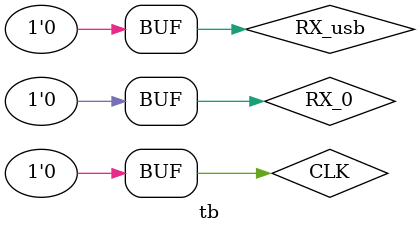
<source format=v>
`timescale 1ns / 1ps


module tb;

	// Inputs
	reg CLK;
	reg RX_usb;
	reg RX_0;

	// Outputs
	wire TX_usb;
	wire TX_0;
	wire RESET;
	wire LED1;

	// Instantiate the Unit Under Test (UUT)
	PIN uut (
		.CLK(CLK), 
		.RX_usb(RX_usb), 
		.RX_0(RX_0), 
		.TX_usb(TX_usb), 
		.TX_0(TX_0), 
		.RESET(RESET), 
		.LED1(LED1)
	);

	initial begin
		// Initialize Inputs
		CLK = 0;
		RX_usb = 0;
		RX_0 = 0;

		// Wait 100 ns for global reset to finish
		#100;
        
		// Add stimulus here

	end
      
endmodule


</source>
